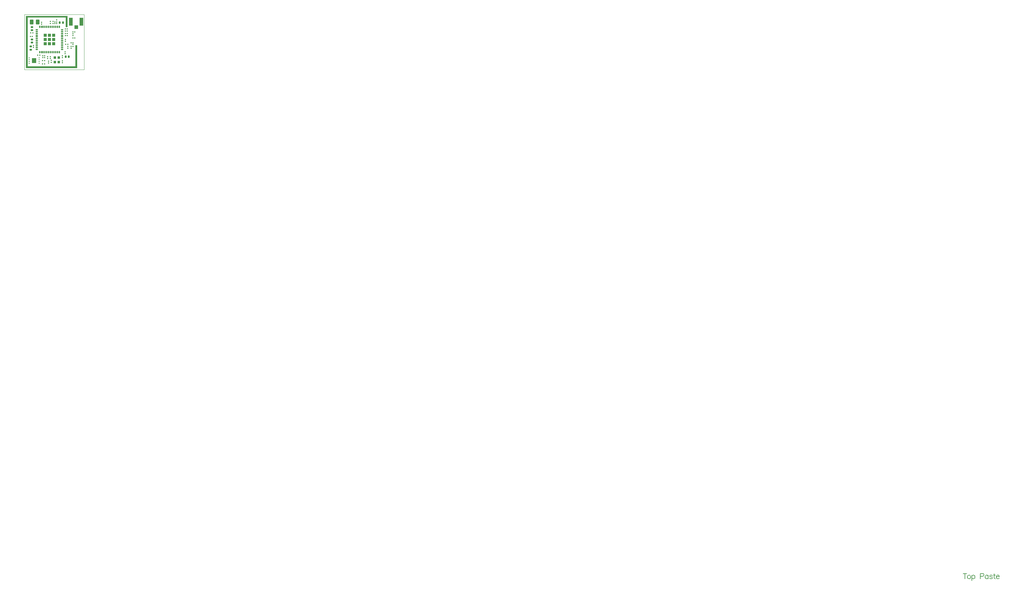
<source format=gtp>
G04*
G04 #@! TF.GenerationSoftware,Altium Limited,Altium Designer,22.4.2 (48)*
G04*
G04 Layer_Color=8421504*
%FSLAX24Y24*%
%MOIN*%
G70*
G04*
G04 #@! TF.SameCoordinates,09D1A8E4-E44A-436B-8A94-970E0EB30887*
G04*
G04*
G04 #@! TF.FilePolarity,Positive*
G04*
G01*
G75*
%ADD14C,0.0059*%
%ADD15C,0.0039*%
%ADD16R,0.0354X0.0354*%
%ADD17O,0.0139X0.0316*%
%ADD18O,0.0316X0.0139*%
%ADD19O,0.0316X0.0138*%
G04:AMPARAMS|DCode=20|XSize=10.8mil|YSize=11.8mil|CornerRadius=2.7mil|HoleSize=0mil|Usage=FLASHONLY|Rotation=270.000|XOffset=0mil|YOffset=0mil|HoleType=Round|Shape=RoundedRectangle|*
%AMROUNDEDRECTD20*
21,1,0.0108,0.0064,0,0,270.0*
21,1,0.0054,0.0118,0,0,270.0*
1,1,0.0054,-0.0032,-0.0027*
1,1,0.0054,-0.0032,0.0027*
1,1,0.0054,0.0032,0.0027*
1,1,0.0054,0.0032,-0.0027*
%
%ADD20ROUNDEDRECTD20*%
G04:AMPARAMS|DCode=21|XSize=10.8mil|YSize=11.8mil|CornerRadius=2.7mil|HoleSize=0mil|Usage=FLASHONLY|Rotation=180.000|XOffset=0mil|YOffset=0mil|HoleType=Round|Shape=RoundedRectangle|*
%AMROUNDEDRECTD21*
21,1,0.0108,0.0064,0,0,180.0*
21,1,0.0054,0.0118,0,0,180.0*
1,1,0.0054,-0.0027,0.0032*
1,1,0.0054,0.0027,0.0032*
1,1,0.0054,0.0027,-0.0032*
1,1,0.0054,-0.0027,-0.0032*
%
%ADD21ROUNDEDRECTD21*%
G04:AMPARAMS|DCode=22|XSize=21.7mil|YSize=23.6mil|CornerRadius=5.4mil|HoleSize=0mil|Usage=FLASHONLY|Rotation=180.000|XOffset=0mil|YOffset=0mil|HoleType=Round|Shape=RoundedRectangle|*
%AMROUNDEDRECTD22*
21,1,0.0217,0.0128,0,0,180.0*
21,1,0.0108,0.0236,0,0,180.0*
1,1,0.0108,-0.0054,0.0064*
1,1,0.0108,0.0054,0.0064*
1,1,0.0108,0.0054,-0.0064*
1,1,0.0108,-0.0054,-0.0064*
%
%ADD22ROUNDEDRECTD22*%
G04:AMPARAMS|DCode=23|XSize=21.7mil|YSize=23.6mil|CornerRadius=5.4mil|HoleSize=0mil|Usage=FLASHONLY|Rotation=270.000|XOffset=0mil|YOffset=0mil|HoleType=Round|Shape=RoundedRectangle|*
%AMROUNDEDRECTD23*
21,1,0.0217,0.0128,0,0,270.0*
21,1,0.0108,0.0236,0,0,270.0*
1,1,0.0108,-0.0064,-0.0054*
1,1,0.0108,-0.0064,0.0054*
1,1,0.0108,0.0064,0.0054*
1,1,0.0108,0.0064,-0.0054*
%
%ADD23ROUNDEDRECTD23*%
%ADD24R,0.0413X0.0866*%
%ADD25R,0.0394X0.0413*%
G04:AMPARAMS|DCode=26|XSize=55.1mil|YSize=43.3mil|CornerRadius=10.8mil|HoleSize=0mil|Usage=FLASHONLY|Rotation=270.000|XOffset=0mil|YOffset=0mil|HoleType=Round|Shape=RoundedRectangle|*
%AMROUNDEDRECTD26*
21,1,0.0551,0.0217,0,0,270.0*
21,1,0.0335,0.0433,0,0,270.0*
1,1,0.0217,-0.0108,-0.0167*
1,1,0.0217,-0.0108,0.0167*
1,1,0.0217,0.0108,0.0167*
1,1,0.0217,0.0108,-0.0167*
%
%ADD26ROUNDEDRECTD26*%
%ADD27R,0.0161X0.0082*%
%ADD28R,0.0452X0.0531*%
%ADD29R,0.0295X0.0295*%
G36*
X246Y5945D02*
X354Y5945D01*
X354Y5945D01*
X4756Y5945D01*
X4756Y5945D01*
X4756Y5945D01*
X4756Y4682D01*
X4559Y4682D01*
X4559Y5748D01*
X354Y5748D01*
X354Y354D01*
X5622Y354D01*
X5622Y2713D01*
X5819Y2713D01*
X5819Y354D01*
X5819Y354D01*
X5819Y158D01*
X354Y158D01*
X354Y158D01*
X158Y158D01*
X157Y5945D01*
X158Y5945D01*
X158Y5945D01*
X246Y5945D01*
X246Y5945D02*
G37*
D14*
X103997Y-55720D02*
X103997Y-56310D01*
X103800Y-55720D02*
X104194Y-55720D01*
X104404Y-55916D02*
X104348Y-55944D01*
X104292Y-56001D01*
X104264Y-56085D01*
X104264Y-56141D01*
X104292Y-56226D01*
X104348Y-56282D01*
X104404Y-56310D01*
X104489Y-56310D01*
X104545Y-56282D01*
X104601Y-56226D01*
X104629Y-56141D01*
X104629Y-56085D01*
X104601Y-56001D01*
X104545Y-55944D01*
X104489Y-55916D01*
X104404Y-55916D01*
X104759Y-55916D02*
X104759Y-56507D01*
X104759Y-56001D02*
X104815Y-55944D01*
X104871Y-55916D01*
X104956Y-55916D01*
X105012Y-55944D01*
X105068Y-56001D01*
X105096Y-56085D01*
X105096Y-56141D01*
X105068Y-56226D01*
X105012Y-56282D01*
X104956Y-56310D01*
X104871Y-56310D01*
X104815Y-56282D01*
X104759Y-56226D01*
X105687Y-56029D02*
X105940Y-56029D01*
X106024Y-56001D01*
X106052Y-55973D01*
X106080Y-55916D01*
X106080Y-55832D01*
X106052Y-55776D01*
X106024Y-55748D01*
X105940Y-55720D01*
X105687Y-55720D01*
X105687Y-56310D01*
X106550Y-55916D02*
X106550Y-56310D01*
X106550Y-56001D02*
X106493Y-55944D01*
X106437Y-55916D01*
X106353Y-55916D01*
X106297Y-55944D01*
X106240Y-56001D01*
X106212Y-56085D01*
X106212Y-56141D01*
X106240Y-56226D01*
X106297Y-56282D01*
X106353Y-56310D01*
X106437Y-56310D01*
X106493Y-56282D01*
X106550Y-56226D01*
X107016Y-56001D02*
X106988Y-55944D01*
X106904Y-55916D01*
X106820Y-55916D01*
X106735Y-55944D01*
X106707Y-56001D01*
X106735Y-56057D01*
X106791Y-56085D01*
X106932Y-56113D01*
X106988Y-56141D01*
X107016Y-56198D01*
X107016Y-56226D01*
X106988Y-56282D01*
X106904Y-56310D01*
X106820Y-56310D01*
X106735Y-56282D01*
X106707Y-56226D01*
X107224Y-55720D02*
X107224Y-56198D01*
X107253Y-56282D01*
X107309Y-56310D01*
X107365Y-56310D01*
X107140Y-55916D02*
X107337Y-55916D01*
X107449Y-56085D02*
X107787Y-56085D01*
X107787Y-56029D01*
X107759Y-55973D01*
X107731Y-55944D01*
X107674Y-55916D01*
X107590Y-55916D01*
X107534Y-55944D01*
X107478Y-56001D01*
X107449Y-56085D01*
X107449Y-56141D01*
X107478Y-56226D01*
X107534Y-56282D01*
X107590Y-56310D01*
X107674Y-56310D01*
X107731Y-56282D01*
X107787Y-56226D01*
D15*
X0Y0D02*
X0Y6102D01*
X0Y0D02*
X6600Y0D01*
X6600Y6102D01*
X0Y6102D02*
X6600Y6102D01*
D16*
X2754Y2848D02*
D03*
X3226Y2848D02*
D03*
X2281Y3320D02*
D03*
X2754Y3320D02*
D03*
X3226Y3320D02*
D03*
X3226Y3792D02*
D03*
X2754Y3792D02*
D03*
X2281Y3792D02*
D03*
X2281Y2848D02*
D03*
D17*
X1671Y4718D02*
D03*
X1868Y4718D02*
D03*
X2065Y4718D02*
D03*
X2262Y4718D02*
D03*
X2459Y4718D02*
D03*
X2656Y4718D02*
D03*
X2852Y4718D02*
D03*
X3049Y4718D02*
D03*
X3246Y4718D02*
D03*
X3443Y4718D02*
D03*
X3640Y4718D02*
D03*
X3837Y4718D02*
D03*
X3837Y1922D02*
D03*
X3640Y1922D02*
D03*
X3443Y1922D02*
D03*
X3246Y1922D02*
D03*
X3049Y1922D02*
D03*
X2852Y1922D02*
D03*
X2656Y1922D02*
D03*
X2459Y1922D02*
D03*
X2262Y1922D02*
D03*
X2065Y1922D02*
D03*
X1868Y1922D02*
D03*
X1671Y1922D02*
D03*
D18*
X4152Y4403D02*
D03*
X4152Y4206D02*
D03*
X4152Y4009D02*
D03*
X4152Y3812D02*
D03*
X4152Y3615D02*
D03*
X4152Y3418D02*
D03*
X4152Y3222D02*
D03*
X4152Y3025D02*
D03*
X4152Y2828D02*
D03*
X4152Y2631D02*
D03*
X4152Y2434D02*
D03*
X4152Y2237D02*
D03*
X1356Y2237D02*
D03*
X1356Y2434D02*
D03*
X1356Y2631D02*
D03*
X1356Y2828D02*
D03*
X1356Y3025D02*
D03*
X1356Y3222D02*
D03*
X1356Y3418D02*
D03*
X1356Y3615D02*
D03*
X1356Y3812D02*
D03*
X1356Y4009D02*
D03*
X1356Y4206D02*
D03*
D19*
X1356Y4403D02*
D03*
D20*
X3160Y5110D02*
D03*
X3160Y5317D02*
D03*
X1894Y5037D02*
D03*
X1894Y5243D02*
D03*
X997Y2662D02*
D03*
X997Y2455D02*
D03*
X2219Y1523D02*
D03*
X2219Y1317D02*
D03*
X2018Y1523D02*
D03*
X2018Y1317D02*
D03*
X4200Y1543D02*
D03*
X4200Y1337D02*
D03*
X2543Y1423D02*
D03*
X2543Y1217D02*
D03*
X2860Y1423D02*
D03*
X2860Y1217D02*
D03*
X4486Y1973D02*
D03*
X4486Y1767D02*
D03*
X4520Y3127D02*
D03*
X4520Y3333D02*
D03*
X4770Y2367D02*
D03*
X4770Y2574D02*
D03*
X5139Y2574D02*
D03*
X5139Y2367D02*
D03*
X2960Y1019D02*
D03*
X2960Y813D02*
D03*
X4189Y766D02*
D03*
X4189Y973D02*
D03*
X3547Y5487D02*
D03*
X3547Y5280D02*
D03*
X5361Y2781D02*
D03*
X5361Y2574D02*
D03*
X5361Y3959D02*
D03*
X5361Y3753D02*
D03*
X2854Y5317D02*
D03*
X2854Y5110D02*
D03*
X2652Y924D02*
D03*
X2652Y717D02*
D03*
D21*
X3340Y5090D02*
D03*
X3547Y5090D02*
D03*
X907Y4050D02*
D03*
X701Y4050D02*
D03*
X4507Y4500D02*
D03*
X4713Y4500D02*
D03*
X867Y3670D02*
D03*
X661Y3670D02*
D03*
X4510Y3760D02*
D03*
X4717Y3760D02*
D03*
X5361Y2956D02*
D03*
X5154Y2956D02*
D03*
X4563Y2797D02*
D03*
X4770Y2797D02*
D03*
X5361Y3510D02*
D03*
X5567Y3510D02*
D03*
X1670Y1600D02*
D03*
X1463Y1600D02*
D03*
X5567Y4169D02*
D03*
X5361Y4169D02*
D03*
X3547Y5280D02*
D03*
X3340Y5280D02*
D03*
X4510Y4270D02*
D03*
X4717Y4270D02*
D03*
X4510Y3992D02*
D03*
X4717Y3992D02*
D03*
X2203Y1000D02*
D03*
X1997Y1000D02*
D03*
X2203Y645D02*
D03*
X1997Y645D02*
D03*
D22*
X3883Y5190D02*
D03*
X4237Y5190D02*
D03*
X4543Y1440D02*
D03*
X4897Y1440D02*
D03*
D23*
X804Y2983D02*
D03*
X804Y3337D02*
D03*
X804Y4707D02*
D03*
X804Y4353D02*
D03*
X691Y2552D02*
D03*
X691Y2197D02*
D03*
D24*
X5125Y5300D02*
D03*
X6287Y5300D02*
D03*
D25*
X5706Y4700D02*
D03*
D26*
X795Y5271D02*
D03*
X1465Y5271D02*
D03*
D27*
X1610Y705D02*
D03*
X1610Y902D02*
D03*
X1610Y1098D02*
D03*
X1610Y1295D02*
D03*
X509Y705D02*
D03*
X509Y902D02*
D03*
X509Y1098D02*
D03*
X509Y1295D02*
D03*
D28*
X1060Y1000D02*
D03*
D29*
X3799Y1338D02*
D03*
X3799Y826D02*
D03*
X3366Y826D02*
D03*
X3366Y1338D02*
D03*
M02*

</source>
